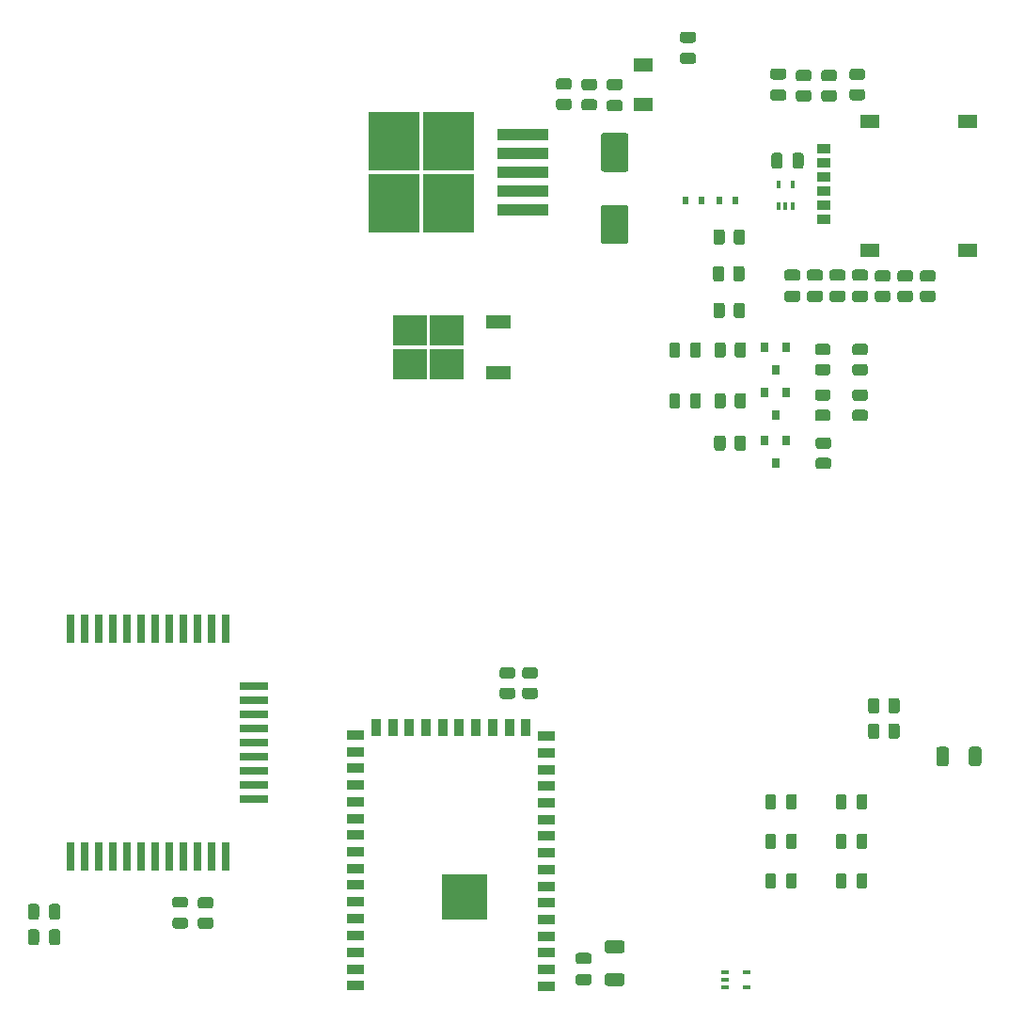
<source format=gtp>
%TF.GenerationSoftware,KiCad,Pcbnew,5.1.10-88a1d61d58~90~ubuntu20.04.1*%
%TF.CreationDate,2021-10-12T23:05:44+03:00*%
%TF.ProjectId,Schematic,53636865-6d61-4746-9963-2e6b69636164,rev?*%
%TF.SameCoordinates,Original*%
%TF.FileFunction,Paste,Top*%
%TF.FilePolarity,Positive*%
%FSLAX46Y46*%
G04 Gerber Fmt 4.6, Leading zero omitted, Abs format (unit mm)*
G04 Created by KiCad (PCBNEW 5.1.10-88a1d61d58~90~ubuntu20.04.1) date 2021-10-12 23:05:44*
%MOMM*%
%LPD*%
G01*
G04 APERTURE LIST*
%ADD10R,1.800000X1.300000*%
%ADD11R,1.200000X0.900000*%
%ADD12R,1.500000X0.900000*%
%ADD13R,0.900000X1.500000*%
%ADD14R,4.100000X4.100000*%
%ADD15R,0.600000X0.700000*%
%ADD16R,0.650000X0.400000*%
%ADD17R,4.550000X5.250000*%
%ADD18R,4.600000X1.100000*%
%ADD19R,0.800000X0.900000*%
%ADD20R,0.400000X0.650000*%
%ADD21R,1.700000X1.300000*%
%ADD22R,3.050000X2.750000*%
%ADD23R,2.200000X1.200000*%
%ADD24R,2.600000X0.700000*%
%ADD25R,0.700000X2.600000*%
G04 APERTURE END LIST*
D10*
X183986000Y-62992000D03*
X183986000Y-74592000D03*
X192786000Y-62992000D03*
D11*
X179830000Y-65452000D03*
X179830000Y-66722000D03*
X179830000Y-67992000D03*
X179830000Y-69262000D03*
X179830000Y-70532000D03*
X179830000Y-71802000D03*
D10*
X192786000Y-74592000D03*
D12*
X154929000Y-140807000D03*
X154929000Y-119807000D03*
X154929000Y-118307000D03*
D13*
X153054000Y-117557000D03*
X151554000Y-117557000D03*
X150054000Y-117557000D03*
X148554000Y-117557000D03*
X147054000Y-117557000D03*
X145554000Y-117557000D03*
X144054000Y-117557000D03*
X142554000Y-117557000D03*
D12*
X154929000Y-139307000D03*
X154929000Y-137807000D03*
X154929000Y-136307000D03*
X154929000Y-134807000D03*
X154929000Y-133307000D03*
X154929000Y-131807000D03*
X154929000Y-130307000D03*
X154929000Y-128807000D03*
X154929000Y-127307000D03*
X154929000Y-125807000D03*
X154929000Y-124307000D03*
X154929000Y-122807000D03*
X154929000Y-121307000D03*
X137679000Y-134707000D03*
X137679000Y-133207000D03*
X137679000Y-131707000D03*
X137679000Y-130207000D03*
X137679000Y-128707000D03*
X137679000Y-127207000D03*
X137679000Y-125707000D03*
X137679000Y-124207000D03*
X137679000Y-122707000D03*
X137679000Y-121207000D03*
X137679000Y-119707000D03*
X137679000Y-118207000D03*
D13*
X139554000Y-117557000D03*
X141054000Y-117557000D03*
D12*
X137679000Y-136207000D03*
X137679000Y-137807000D03*
X137679000Y-139307000D03*
X137679000Y-140707000D03*
D14*
X147494000Y-132767000D03*
G36*
G01*
X160036000Y-70536000D02*
X162036000Y-70536000D01*
G75*
G02*
X162286000Y-70786000I0J-250000D01*
G01*
X162286000Y-73786000D01*
G75*
G02*
X162036000Y-74036000I-250000J0D01*
G01*
X160036000Y-74036000D01*
G75*
G02*
X159786000Y-73786000I0J250000D01*
G01*
X159786000Y-70786000D01*
G75*
G02*
X160036000Y-70536000I250000J0D01*
G01*
G37*
G36*
G01*
X160036000Y-64036000D02*
X162036000Y-64036000D01*
G75*
G02*
X162286000Y-64286000I0J-250000D01*
G01*
X162286000Y-67286000D01*
G75*
G02*
X162036000Y-67536000I-250000J0D01*
G01*
X160036000Y-67536000D01*
G75*
G02*
X159786000Y-67286000I0J250000D01*
G01*
X159786000Y-64286000D01*
G75*
G02*
X160036000Y-64036000I250000J0D01*
G01*
G37*
G36*
G01*
X176146000Y-66073000D02*
X176146000Y-67023000D01*
G75*
G02*
X175896000Y-67273000I-250000J0D01*
G01*
X175396000Y-67273000D01*
G75*
G02*
X175146000Y-67023000I0J250000D01*
G01*
X175146000Y-66073000D01*
G75*
G02*
X175396000Y-65823000I250000J0D01*
G01*
X175896000Y-65823000D01*
G75*
G02*
X176146000Y-66073000I0J-250000D01*
G01*
G37*
G36*
G01*
X178046000Y-66073000D02*
X178046000Y-67023000D01*
G75*
G02*
X177796000Y-67273000I-250000J0D01*
G01*
X177296000Y-67273000D01*
G75*
G02*
X177046000Y-67023000I0J250000D01*
G01*
X177046000Y-66073000D01*
G75*
G02*
X177296000Y-65823000I250000J0D01*
G01*
X177796000Y-65823000D01*
G75*
G02*
X178046000Y-66073000I0J-250000D01*
G01*
G37*
D15*
X168848000Y-70104000D03*
X167448000Y-70104000D03*
X171896000Y-70104000D03*
X170496000Y-70104000D03*
D16*
X172908000Y-139558000D03*
X172908000Y-140858000D03*
X171008000Y-140208000D03*
X171008000Y-140858000D03*
X171008000Y-139558000D03*
D17*
X146050000Y-64789000D03*
X141200000Y-70339000D03*
X146050000Y-70339000D03*
X141200000Y-64789000D03*
D18*
X152775000Y-64164000D03*
X152775000Y-65864000D03*
X152775000Y-67564000D03*
X152775000Y-69264000D03*
X152775000Y-70964000D03*
G36*
G01*
X171699500Y-77158001D02*
X171699500Y-76257999D01*
G75*
G02*
X171949499Y-76008000I249999J0D01*
G01*
X172474501Y-76008000D01*
G75*
G02*
X172724500Y-76257999I0J-249999D01*
G01*
X172724500Y-77158001D01*
G75*
G02*
X172474501Y-77408000I-249999J0D01*
G01*
X171949499Y-77408000D01*
G75*
G02*
X171699500Y-77158001I0J249999D01*
G01*
G37*
G36*
G01*
X169874500Y-77158001D02*
X169874500Y-76257999D01*
G75*
G02*
X170124499Y-76008000I249999J0D01*
G01*
X170649501Y-76008000D01*
G75*
G02*
X170899500Y-76257999I0J-249999D01*
G01*
X170899500Y-77158001D01*
G75*
G02*
X170649501Y-77408000I-249999J0D01*
G01*
X170124499Y-77408000D01*
G75*
G02*
X169874500Y-77158001I0J249999D01*
G01*
G37*
G36*
G01*
X171746500Y-73856001D02*
X171746500Y-72955999D01*
G75*
G02*
X171996499Y-72706000I249999J0D01*
G01*
X172521501Y-72706000D01*
G75*
G02*
X172771500Y-72955999I0J-249999D01*
G01*
X172771500Y-73856001D01*
G75*
G02*
X172521501Y-74106000I-249999J0D01*
G01*
X171996499Y-74106000D01*
G75*
G02*
X171746500Y-73856001I0J249999D01*
G01*
G37*
G36*
G01*
X169921500Y-73856001D02*
X169921500Y-72955999D01*
G75*
G02*
X170171499Y-72706000I249999J0D01*
G01*
X170696501Y-72706000D01*
G75*
G02*
X170946500Y-72955999I0J-249999D01*
G01*
X170946500Y-73856001D01*
G75*
G02*
X170696501Y-74106000I-249999J0D01*
G01*
X170171499Y-74106000D01*
G75*
G02*
X169921500Y-73856001I0J249999D01*
G01*
G37*
G36*
G01*
X180790001Y-59393500D02*
X179889999Y-59393500D01*
G75*
G02*
X179640000Y-59143501I0J249999D01*
G01*
X179640000Y-58618499D01*
G75*
G02*
X179889999Y-58368500I249999J0D01*
G01*
X180790001Y-58368500D01*
G75*
G02*
X181040000Y-58618499I0J-249999D01*
G01*
X181040000Y-59143501D01*
G75*
G02*
X180790001Y-59393500I-249999J0D01*
G01*
G37*
G36*
G01*
X180790001Y-61218500D02*
X179889999Y-61218500D01*
G75*
G02*
X179640000Y-60968501I0J249999D01*
G01*
X179640000Y-60443499D01*
G75*
G02*
X179889999Y-60193500I249999J0D01*
G01*
X180790001Y-60193500D01*
G75*
G02*
X181040000Y-60443499I0J-249999D01*
G01*
X181040000Y-60968501D01*
G75*
G02*
X180790001Y-61218500I-249999J0D01*
G01*
G37*
G36*
G01*
X183330001Y-59290000D02*
X182429999Y-59290000D01*
G75*
G02*
X182180000Y-59040001I0J249999D01*
G01*
X182180000Y-58514999D01*
G75*
G02*
X182429999Y-58265000I249999J0D01*
G01*
X183330001Y-58265000D01*
G75*
G02*
X183580000Y-58514999I0J-249999D01*
G01*
X183580000Y-59040001D01*
G75*
G02*
X183330001Y-59290000I-249999J0D01*
G01*
G37*
G36*
G01*
X183330001Y-61115000D02*
X182429999Y-61115000D01*
G75*
G02*
X182180000Y-60865001I0J249999D01*
G01*
X182180000Y-60339999D01*
G75*
G02*
X182429999Y-60090000I249999J0D01*
G01*
X183330001Y-60090000D01*
G75*
G02*
X183580000Y-60339999I0J-249999D01*
G01*
X183580000Y-60865001D01*
G75*
G02*
X183330001Y-61115000I-249999J0D01*
G01*
G37*
G36*
G01*
X170946500Y-79559999D02*
X170946500Y-80460001D01*
G75*
G02*
X170696501Y-80710000I-249999J0D01*
G01*
X170171499Y-80710000D01*
G75*
G02*
X169921500Y-80460001I0J249999D01*
G01*
X169921500Y-79559999D01*
G75*
G02*
X170171499Y-79310000I249999J0D01*
G01*
X170696501Y-79310000D01*
G75*
G02*
X170946500Y-79559999I0J-249999D01*
G01*
G37*
G36*
G01*
X172771500Y-79559999D02*
X172771500Y-80460001D01*
G75*
G02*
X172521501Y-80710000I-249999J0D01*
G01*
X171996499Y-80710000D01*
G75*
G02*
X171746500Y-80460001I0J249999D01*
G01*
X171746500Y-79559999D01*
G75*
G02*
X171996499Y-79310000I249999J0D01*
G01*
X172521501Y-79310000D01*
G75*
G02*
X172771500Y-79559999I0J-249999D01*
G01*
G37*
G36*
G01*
X178504001Y-59393500D02*
X177603999Y-59393500D01*
G75*
G02*
X177354000Y-59143501I0J249999D01*
G01*
X177354000Y-58618499D01*
G75*
G02*
X177603999Y-58368500I249999J0D01*
G01*
X178504001Y-58368500D01*
G75*
G02*
X178754000Y-58618499I0J-249999D01*
G01*
X178754000Y-59143501D01*
G75*
G02*
X178504001Y-59393500I-249999J0D01*
G01*
G37*
G36*
G01*
X178504001Y-61218500D02*
X177603999Y-61218500D01*
G75*
G02*
X177354000Y-60968501I0J249999D01*
G01*
X177354000Y-60443499D01*
G75*
G02*
X177603999Y-60193500I249999J0D01*
G01*
X178504001Y-60193500D01*
G75*
G02*
X178754000Y-60443499I0J-249999D01*
G01*
X178754000Y-60968501D01*
G75*
G02*
X178504001Y-61218500I-249999J0D01*
G01*
G37*
G36*
G01*
X189680001Y-77427500D02*
X188779999Y-77427500D01*
G75*
G02*
X188530000Y-77177501I0J249999D01*
G01*
X188530000Y-76652499D01*
G75*
G02*
X188779999Y-76402500I249999J0D01*
G01*
X189680001Y-76402500D01*
G75*
G02*
X189930000Y-76652499I0J-249999D01*
G01*
X189930000Y-77177501D01*
G75*
G02*
X189680001Y-77427500I-249999J0D01*
G01*
G37*
G36*
G01*
X189680001Y-79252500D02*
X188779999Y-79252500D01*
G75*
G02*
X188530000Y-79002501I0J249999D01*
G01*
X188530000Y-78477499D01*
G75*
G02*
X188779999Y-78227500I249999J0D01*
G01*
X189680001Y-78227500D01*
G75*
G02*
X189930000Y-78477499I0J-249999D01*
G01*
X189930000Y-79002501D01*
G75*
G02*
X189680001Y-79252500I-249999J0D01*
G01*
G37*
G36*
G01*
X185616001Y-77427500D02*
X184715999Y-77427500D01*
G75*
G02*
X184466000Y-77177501I0J249999D01*
G01*
X184466000Y-76652499D01*
G75*
G02*
X184715999Y-76402500I249999J0D01*
G01*
X185616001Y-76402500D01*
G75*
G02*
X185866000Y-76652499I0J-249999D01*
G01*
X185866000Y-77177501D01*
G75*
G02*
X185616001Y-77427500I-249999J0D01*
G01*
G37*
G36*
G01*
X185616001Y-79252500D02*
X184715999Y-79252500D01*
G75*
G02*
X184466000Y-79002501I0J249999D01*
G01*
X184466000Y-78477499D01*
G75*
G02*
X184715999Y-78227500I249999J0D01*
G01*
X185616001Y-78227500D01*
G75*
G02*
X185866000Y-78477499I0J-249999D01*
G01*
X185866000Y-79002501D01*
G75*
G02*
X185616001Y-79252500I-249999J0D01*
G01*
G37*
G36*
G01*
X187648001Y-77427500D02*
X186747999Y-77427500D01*
G75*
G02*
X186498000Y-77177501I0J249999D01*
G01*
X186498000Y-76652499D01*
G75*
G02*
X186747999Y-76402500I249999J0D01*
G01*
X187648001Y-76402500D01*
G75*
G02*
X187898000Y-76652499I0J-249999D01*
G01*
X187898000Y-77177501D01*
G75*
G02*
X187648001Y-77427500I-249999J0D01*
G01*
G37*
G36*
G01*
X187648001Y-79252500D02*
X186747999Y-79252500D01*
G75*
G02*
X186498000Y-79002501I0J249999D01*
G01*
X186498000Y-78477499D01*
G75*
G02*
X186747999Y-78227500I249999J0D01*
G01*
X187648001Y-78227500D01*
G75*
G02*
X187898000Y-78477499I0J-249999D01*
G01*
X187898000Y-79002501D01*
G75*
G02*
X187648001Y-79252500I-249999J0D01*
G01*
G37*
G36*
G01*
X171050000Y-83115999D02*
X171050000Y-84016001D01*
G75*
G02*
X170800001Y-84266000I-249999J0D01*
G01*
X170274999Y-84266000D01*
G75*
G02*
X170025000Y-84016001I0J249999D01*
G01*
X170025000Y-83115999D01*
G75*
G02*
X170274999Y-82866000I249999J0D01*
G01*
X170800001Y-82866000D01*
G75*
G02*
X171050000Y-83115999I0J-249999D01*
G01*
G37*
G36*
G01*
X172875000Y-83115999D02*
X172875000Y-84016001D01*
G75*
G02*
X172625001Y-84266000I-249999J0D01*
G01*
X172099999Y-84266000D01*
G75*
G02*
X171850000Y-84016001I0J249999D01*
G01*
X171850000Y-83115999D01*
G75*
G02*
X172099999Y-82866000I249999J0D01*
G01*
X172625001Y-82866000D01*
G75*
G02*
X172875000Y-83115999I0J-249999D01*
G01*
G37*
G36*
G01*
X182683999Y-84831500D02*
X183584001Y-84831500D01*
G75*
G02*
X183834000Y-85081499I0J-249999D01*
G01*
X183834000Y-85606501D01*
G75*
G02*
X183584001Y-85856500I-249999J0D01*
G01*
X182683999Y-85856500D01*
G75*
G02*
X182434000Y-85606501I0J249999D01*
G01*
X182434000Y-85081499D01*
G75*
G02*
X182683999Y-84831500I249999J0D01*
G01*
G37*
G36*
G01*
X182683999Y-83006500D02*
X183584001Y-83006500D01*
G75*
G02*
X183834000Y-83256499I0J-249999D01*
G01*
X183834000Y-83781501D01*
G75*
G02*
X183584001Y-84031500I-249999J0D01*
G01*
X182683999Y-84031500D01*
G75*
G02*
X182434000Y-83781501I0J249999D01*
G01*
X182434000Y-83256499D01*
G75*
G02*
X182683999Y-83006500I249999J0D01*
G01*
G37*
G36*
G01*
X179318499Y-84831500D02*
X180218501Y-84831500D01*
G75*
G02*
X180468500Y-85081499I0J-249999D01*
G01*
X180468500Y-85606501D01*
G75*
G02*
X180218501Y-85856500I-249999J0D01*
G01*
X179318499Y-85856500D01*
G75*
G02*
X179068500Y-85606501I0J249999D01*
G01*
X179068500Y-85081499D01*
G75*
G02*
X179318499Y-84831500I249999J0D01*
G01*
G37*
G36*
G01*
X179318499Y-83006500D02*
X180218501Y-83006500D01*
G75*
G02*
X180468500Y-83256499I0J-249999D01*
G01*
X180468500Y-83781501D01*
G75*
G02*
X180218501Y-84031500I-249999J0D01*
G01*
X179318499Y-84031500D01*
G75*
G02*
X179068500Y-83781501I0J249999D01*
G01*
X179068500Y-83256499D01*
G75*
G02*
X179318499Y-83006500I249999J0D01*
G01*
G37*
G36*
G01*
X171050000Y-87687999D02*
X171050000Y-88588001D01*
G75*
G02*
X170800001Y-88838000I-249999J0D01*
G01*
X170274999Y-88838000D01*
G75*
G02*
X170025000Y-88588001I0J249999D01*
G01*
X170025000Y-87687999D01*
G75*
G02*
X170274999Y-87438000I249999J0D01*
G01*
X170800001Y-87438000D01*
G75*
G02*
X171050000Y-87687999I0J-249999D01*
G01*
G37*
G36*
G01*
X172875000Y-87687999D02*
X172875000Y-88588001D01*
G75*
G02*
X172625001Y-88838000I-249999J0D01*
G01*
X172099999Y-88838000D01*
G75*
G02*
X171850000Y-88588001I0J249999D01*
G01*
X171850000Y-87687999D01*
G75*
G02*
X172099999Y-87438000I249999J0D01*
G01*
X172625001Y-87438000D01*
G75*
G02*
X172875000Y-87687999I0J-249999D01*
G01*
G37*
G36*
G01*
X182683999Y-88942500D02*
X183584001Y-88942500D01*
G75*
G02*
X183834000Y-89192499I0J-249999D01*
G01*
X183834000Y-89717501D01*
G75*
G02*
X183584001Y-89967500I-249999J0D01*
G01*
X182683999Y-89967500D01*
G75*
G02*
X182434000Y-89717501I0J249999D01*
G01*
X182434000Y-89192499D01*
G75*
G02*
X182683999Y-88942500I249999J0D01*
G01*
G37*
G36*
G01*
X182683999Y-87117500D02*
X183584001Y-87117500D01*
G75*
G02*
X183834000Y-87367499I0J-249999D01*
G01*
X183834000Y-87892501D01*
G75*
G02*
X183584001Y-88142500I-249999J0D01*
G01*
X182683999Y-88142500D01*
G75*
G02*
X182434000Y-87892501I0J249999D01*
G01*
X182434000Y-87367499D01*
G75*
G02*
X182683999Y-87117500I249999J0D01*
G01*
G37*
G36*
G01*
X179381999Y-93260500D02*
X180282001Y-93260500D01*
G75*
G02*
X180532000Y-93510499I0J-249999D01*
G01*
X180532000Y-94035501D01*
G75*
G02*
X180282001Y-94285500I-249999J0D01*
G01*
X179381999Y-94285500D01*
G75*
G02*
X179132000Y-94035501I0J249999D01*
G01*
X179132000Y-93510499D01*
G75*
G02*
X179381999Y-93260500I249999J0D01*
G01*
G37*
G36*
G01*
X179381999Y-91435500D02*
X180282001Y-91435500D01*
G75*
G02*
X180532000Y-91685499I0J-249999D01*
G01*
X180532000Y-92210501D01*
G75*
G02*
X180282001Y-92460500I-249999J0D01*
G01*
X179381999Y-92460500D01*
G75*
G02*
X179132000Y-92210501I0J249999D01*
G01*
X179132000Y-91685499D01*
G75*
G02*
X179381999Y-91435500I249999J0D01*
G01*
G37*
G36*
G01*
X179318499Y-88942500D02*
X180218501Y-88942500D01*
G75*
G02*
X180468500Y-89192499I0J-249999D01*
G01*
X180468500Y-89717501D01*
G75*
G02*
X180218501Y-89967500I-249999J0D01*
G01*
X179318499Y-89967500D01*
G75*
G02*
X179068500Y-89717501I0J249999D01*
G01*
X179068500Y-89192499D01*
G75*
G02*
X179318499Y-88942500I249999J0D01*
G01*
G37*
G36*
G01*
X179318499Y-87117500D02*
X180218501Y-87117500D01*
G75*
G02*
X180468500Y-87367499I0J-249999D01*
G01*
X180468500Y-87892501D01*
G75*
G02*
X180218501Y-88142500I-249999J0D01*
G01*
X179318499Y-88142500D01*
G75*
G02*
X179068500Y-87892501I0J249999D01*
G01*
X179068500Y-87367499D01*
G75*
G02*
X179318499Y-87117500I249999J0D01*
G01*
G37*
G36*
G01*
X171826500Y-92398001D02*
X171826500Y-91497999D01*
G75*
G02*
X172076499Y-91248000I249999J0D01*
G01*
X172601501Y-91248000D01*
G75*
G02*
X172851500Y-91497999I0J-249999D01*
G01*
X172851500Y-92398001D01*
G75*
G02*
X172601501Y-92648000I-249999J0D01*
G01*
X172076499Y-92648000D01*
G75*
G02*
X171826500Y-92398001I0J249999D01*
G01*
G37*
G36*
G01*
X170001500Y-92398001D02*
X170001500Y-91497999D01*
G75*
G02*
X170251499Y-91248000I249999J0D01*
G01*
X170776501Y-91248000D01*
G75*
G02*
X171026500Y-91497999I0J-249999D01*
G01*
X171026500Y-92398001D01*
G75*
G02*
X170776501Y-92648000I-249999J0D01*
G01*
X170251499Y-92648000D01*
G75*
G02*
X170001500Y-92398001I0J249999D01*
G01*
G37*
G36*
G01*
X156013999Y-60955500D02*
X156914001Y-60955500D01*
G75*
G02*
X157164000Y-61205499I0J-249999D01*
G01*
X157164000Y-61730501D01*
G75*
G02*
X156914001Y-61980500I-249999J0D01*
G01*
X156013999Y-61980500D01*
G75*
G02*
X155764000Y-61730501I0J249999D01*
G01*
X155764000Y-61205499D01*
G75*
G02*
X156013999Y-60955500I249999J0D01*
G01*
G37*
G36*
G01*
X156013999Y-59130500D02*
X156914001Y-59130500D01*
G75*
G02*
X157164000Y-59380499I0J-249999D01*
G01*
X157164000Y-59905501D01*
G75*
G02*
X156914001Y-60155500I-249999J0D01*
G01*
X156013999Y-60155500D01*
G75*
G02*
X155764000Y-59905501I0J249999D01*
G01*
X155764000Y-59380499D01*
G75*
G02*
X156013999Y-59130500I249999J0D01*
G01*
G37*
G36*
G01*
X158299999Y-61002500D02*
X159200001Y-61002500D01*
G75*
G02*
X159450000Y-61252499I0J-249999D01*
G01*
X159450000Y-61777501D01*
G75*
G02*
X159200001Y-62027500I-249999J0D01*
G01*
X158299999Y-62027500D01*
G75*
G02*
X158050000Y-61777501I0J249999D01*
G01*
X158050000Y-61252499D01*
G75*
G02*
X158299999Y-61002500I249999J0D01*
G01*
G37*
G36*
G01*
X158299999Y-59177500D02*
X159200001Y-59177500D01*
G75*
G02*
X159450000Y-59427499I0J-249999D01*
G01*
X159450000Y-59952501D01*
G75*
G02*
X159200001Y-60202500I-249999J0D01*
G01*
X158299999Y-60202500D01*
G75*
G02*
X158050000Y-59952501I0J249999D01*
G01*
X158050000Y-59427499D01*
G75*
G02*
X158299999Y-59177500I249999J0D01*
G01*
G37*
D19*
X175514000Y-85328000D03*
X174564000Y-83328000D03*
X176464000Y-83328000D03*
X175514000Y-89392000D03*
X174564000Y-87392000D03*
X176464000Y-87392000D03*
X175514000Y-93710000D03*
X174564000Y-91710000D03*
X176464000Y-91710000D03*
D20*
X175768000Y-68712000D03*
X177068000Y-68712000D03*
X176418000Y-70612000D03*
X177068000Y-70612000D03*
X175768000Y-70612000D03*
G36*
G01*
X166936000Y-83109750D02*
X166936000Y-84022250D01*
G75*
G02*
X166692250Y-84266000I-243750J0D01*
G01*
X166204750Y-84266000D01*
G75*
G02*
X165961000Y-84022250I0J243750D01*
G01*
X165961000Y-83109750D01*
G75*
G02*
X166204750Y-82866000I243750J0D01*
G01*
X166692250Y-82866000D01*
G75*
G02*
X166936000Y-83109750I0J-243750D01*
G01*
G37*
G36*
G01*
X168811000Y-83109750D02*
X168811000Y-84022250D01*
G75*
G02*
X168567250Y-84266000I-243750J0D01*
G01*
X168079750Y-84266000D01*
G75*
G02*
X167836000Y-84022250I0J243750D01*
G01*
X167836000Y-83109750D01*
G75*
G02*
X168079750Y-82866000I243750J0D01*
G01*
X168567250Y-82866000D01*
G75*
G02*
X168811000Y-83109750I0J-243750D01*
G01*
G37*
G36*
G01*
X166936000Y-87681750D02*
X166936000Y-88594250D01*
G75*
G02*
X166692250Y-88838000I-243750J0D01*
G01*
X166204750Y-88838000D01*
G75*
G02*
X165961000Y-88594250I0J243750D01*
G01*
X165961000Y-87681750D01*
G75*
G02*
X166204750Y-87438000I243750J0D01*
G01*
X166692250Y-87438000D01*
G75*
G02*
X166936000Y-87681750I0J-243750D01*
G01*
G37*
G36*
G01*
X168811000Y-87681750D02*
X168811000Y-88594250D01*
G75*
G02*
X168567250Y-88838000I-243750J0D01*
G01*
X168079750Y-88838000D01*
G75*
G02*
X167836000Y-88594250I0J243750D01*
G01*
X167836000Y-87681750D01*
G75*
G02*
X168079750Y-87438000I243750J0D01*
G01*
X168567250Y-87438000D01*
G75*
G02*
X168811000Y-87681750I0J-243750D01*
G01*
G37*
D21*
X163576000Y-57940000D03*
X163576000Y-61440000D03*
G36*
G01*
X176243000Y-59240000D02*
X175293000Y-59240000D01*
G75*
G02*
X175043000Y-58990000I0J250000D01*
G01*
X175043000Y-58490000D01*
G75*
G02*
X175293000Y-58240000I250000J0D01*
G01*
X176243000Y-58240000D01*
G75*
G02*
X176493000Y-58490000I0J-250000D01*
G01*
X176493000Y-58990000D01*
G75*
G02*
X176243000Y-59240000I-250000J0D01*
G01*
G37*
G36*
G01*
X176243000Y-61140000D02*
X175293000Y-61140000D01*
G75*
G02*
X175043000Y-60890000I0J250000D01*
G01*
X175043000Y-60390000D01*
G75*
G02*
X175293000Y-60140000I250000J0D01*
G01*
X176243000Y-60140000D01*
G75*
G02*
X176493000Y-60390000I0J-250000D01*
G01*
X176493000Y-60890000D01*
G75*
G02*
X176243000Y-61140000I-250000J0D01*
G01*
G37*
G36*
G01*
X182659000Y-78240000D02*
X183609000Y-78240000D01*
G75*
G02*
X183859000Y-78490000I0J-250000D01*
G01*
X183859000Y-78990000D01*
G75*
G02*
X183609000Y-79240000I-250000J0D01*
G01*
X182659000Y-79240000D01*
G75*
G02*
X182409000Y-78990000I0J250000D01*
G01*
X182409000Y-78490000D01*
G75*
G02*
X182659000Y-78240000I250000J0D01*
G01*
G37*
G36*
G01*
X182659000Y-76340000D02*
X183609000Y-76340000D01*
G75*
G02*
X183859000Y-76590000I0J-250000D01*
G01*
X183859000Y-77090000D01*
G75*
G02*
X183609000Y-77340000I-250000J0D01*
G01*
X182659000Y-77340000D01*
G75*
G02*
X182409000Y-77090000I0J250000D01*
G01*
X182409000Y-76590000D01*
G75*
G02*
X182659000Y-76340000I250000J0D01*
G01*
G37*
G36*
G01*
X180627000Y-78240000D02*
X181577000Y-78240000D01*
G75*
G02*
X181827000Y-78490000I0J-250000D01*
G01*
X181827000Y-78990000D01*
G75*
G02*
X181577000Y-79240000I-250000J0D01*
G01*
X180627000Y-79240000D01*
G75*
G02*
X180377000Y-78990000I0J250000D01*
G01*
X180377000Y-78490000D01*
G75*
G02*
X180627000Y-78240000I250000J0D01*
G01*
G37*
G36*
G01*
X180627000Y-76340000D02*
X181577000Y-76340000D01*
G75*
G02*
X181827000Y-76590000I0J-250000D01*
G01*
X181827000Y-77090000D01*
G75*
G02*
X181577000Y-77340000I-250000J0D01*
G01*
X180627000Y-77340000D01*
G75*
G02*
X180377000Y-77090000I0J250000D01*
G01*
X180377000Y-76590000D01*
G75*
G02*
X180627000Y-76340000I250000J0D01*
G01*
G37*
G36*
G01*
X178595000Y-78240000D02*
X179545000Y-78240000D01*
G75*
G02*
X179795000Y-78490000I0J-250000D01*
G01*
X179795000Y-78990000D01*
G75*
G02*
X179545000Y-79240000I-250000J0D01*
G01*
X178595000Y-79240000D01*
G75*
G02*
X178345000Y-78990000I0J250000D01*
G01*
X178345000Y-78490000D01*
G75*
G02*
X178595000Y-78240000I250000J0D01*
G01*
G37*
G36*
G01*
X178595000Y-76340000D02*
X179545000Y-76340000D01*
G75*
G02*
X179795000Y-76590000I0J-250000D01*
G01*
X179795000Y-77090000D01*
G75*
G02*
X179545000Y-77340000I-250000J0D01*
G01*
X178595000Y-77340000D01*
G75*
G02*
X178345000Y-77090000I0J250000D01*
G01*
X178345000Y-76590000D01*
G75*
G02*
X178595000Y-76340000I250000J0D01*
G01*
G37*
G36*
G01*
X176563000Y-78240000D02*
X177513000Y-78240000D01*
G75*
G02*
X177763000Y-78490000I0J-250000D01*
G01*
X177763000Y-78990000D01*
G75*
G02*
X177513000Y-79240000I-250000J0D01*
G01*
X176563000Y-79240000D01*
G75*
G02*
X176313000Y-78990000I0J250000D01*
G01*
X176313000Y-78490000D01*
G75*
G02*
X176563000Y-78240000I250000J0D01*
G01*
G37*
G36*
G01*
X176563000Y-76340000D02*
X177513000Y-76340000D01*
G75*
G02*
X177763000Y-76590000I0J-250000D01*
G01*
X177763000Y-77090000D01*
G75*
G02*
X177513000Y-77340000I-250000J0D01*
G01*
X176563000Y-77340000D01*
G75*
G02*
X176313000Y-77090000I0J250000D01*
G01*
X176313000Y-76590000D01*
G75*
G02*
X176563000Y-76340000I250000J0D01*
G01*
G37*
G36*
G01*
X161511000Y-60190000D02*
X160561000Y-60190000D01*
G75*
G02*
X160311000Y-59940000I0J250000D01*
G01*
X160311000Y-59440000D01*
G75*
G02*
X160561000Y-59190000I250000J0D01*
G01*
X161511000Y-59190000D01*
G75*
G02*
X161761000Y-59440000I0J-250000D01*
G01*
X161761000Y-59940000D01*
G75*
G02*
X161511000Y-60190000I-250000J0D01*
G01*
G37*
G36*
G01*
X161511000Y-62090000D02*
X160561000Y-62090000D01*
G75*
G02*
X160311000Y-61840000I0J250000D01*
G01*
X160311000Y-61340000D01*
G75*
G02*
X160561000Y-61090000I250000J0D01*
G01*
X161511000Y-61090000D01*
G75*
G02*
X161761000Y-61340000I0J-250000D01*
G01*
X161761000Y-61840000D01*
G75*
G02*
X161511000Y-62090000I-250000J0D01*
G01*
G37*
G36*
G01*
X168115000Y-55938000D02*
X167165000Y-55938000D01*
G75*
G02*
X166915000Y-55688000I0J250000D01*
G01*
X166915000Y-55188000D01*
G75*
G02*
X167165000Y-54938000I250000J0D01*
G01*
X168115000Y-54938000D01*
G75*
G02*
X168365000Y-55188000I0J-250000D01*
G01*
X168365000Y-55688000D01*
G75*
G02*
X168115000Y-55938000I-250000J0D01*
G01*
G37*
G36*
G01*
X168115000Y-57838000D02*
X167165000Y-57838000D01*
G75*
G02*
X166915000Y-57588000I0J250000D01*
G01*
X166915000Y-57088000D01*
G75*
G02*
X167165000Y-56838000I250000J0D01*
G01*
X168115000Y-56838000D01*
G75*
G02*
X168365000Y-57088000I0J-250000D01*
G01*
X168365000Y-57588000D01*
G75*
G02*
X168115000Y-57838000I-250000J0D01*
G01*
G37*
G36*
G01*
X160385999Y-139633000D02*
X161686001Y-139633000D01*
G75*
G02*
X161936000Y-139882999I0J-249999D01*
G01*
X161936000Y-140533001D01*
G75*
G02*
X161686001Y-140783000I-249999J0D01*
G01*
X160385999Y-140783000D01*
G75*
G02*
X160136000Y-140533001I0J249999D01*
G01*
X160136000Y-139882999D01*
G75*
G02*
X160385999Y-139633000I249999J0D01*
G01*
G37*
G36*
G01*
X160385999Y-136683000D02*
X161686001Y-136683000D01*
G75*
G02*
X161936000Y-136932999I0J-249999D01*
G01*
X161936000Y-137583001D01*
G75*
G02*
X161686001Y-137833000I-249999J0D01*
G01*
X160385999Y-137833000D01*
G75*
G02*
X160136000Y-137583001I0J249999D01*
G01*
X160136000Y-136932999D01*
G75*
G02*
X160385999Y-136683000I249999J0D01*
G01*
G37*
D22*
X145947000Y-81787000D03*
X142597000Y-84837000D03*
X145947000Y-84837000D03*
X142597000Y-81787000D03*
D23*
X150572000Y-81032000D03*
X150572000Y-85592000D03*
D24*
X128524000Y-123952000D03*
X128524000Y-122682000D03*
X128524000Y-121412000D03*
X128524000Y-120142000D03*
X128524000Y-113792000D03*
X128524000Y-115062000D03*
X128524000Y-116332000D03*
X128524000Y-117602000D03*
D25*
X112014000Y-108622000D03*
X113284000Y-108622000D03*
X114554000Y-108622000D03*
X115824000Y-108622000D03*
X117094000Y-108622000D03*
X118364000Y-108622000D03*
X119634000Y-108622000D03*
X120904000Y-108622000D03*
X122174000Y-108622000D03*
X123444000Y-108622000D03*
X124714000Y-108622000D03*
X112014000Y-129122000D03*
X113284000Y-129122000D03*
X114554000Y-129122000D03*
X115824000Y-129122000D03*
X117094000Y-129122000D03*
X118364000Y-129122000D03*
X119634000Y-129122000D03*
X120904000Y-129122000D03*
X122174000Y-129122000D03*
X123444000Y-129122000D03*
X124714000Y-129122000D03*
D24*
X128524000Y-118872000D03*
D25*
X125984000Y-108622000D03*
X125984000Y-129122000D03*
G36*
G01*
X153866001Y-113138000D02*
X152965999Y-113138000D01*
G75*
G02*
X152716000Y-112888001I0J249999D01*
G01*
X152716000Y-112362999D01*
G75*
G02*
X152965999Y-112113000I249999J0D01*
G01*
X153866001Y-112113000D01*
G75*
G02*
X154116000Y-112362999I0J-249999D01*
G01*
X154116000Y-112888001D01*
G75*
G02*
X153866001Y-113138000I-249999J0D01*
G01*
G37*
G36*
G01*
X153866001Y-114963000D02*
X152965999Y-114963000D01*
G75*
G02*
X152716000Y-114713001I0J249999D01*
G01*
X152716000Y-114187999D01*
G75*
G02*
X152965999Y-113938000I249999J0D01*
G01*
X153866001Y-113938000D01*
G75*
G02*
X154116000Y-114187999I0J-249999D01*
G01*
X154116000Y-114713001D01*
G75*
G02*
X153866001Y-114963000I-249999J0D01*
G01*
G37*
G36*
G01*
X151834001Y-113138000D02*
X150933999Y-113138000D01*
G75*
G02*
X150684000Y-112888001I0J249999D01*
G01*
X150684000Y-112362999D01*
G75*
G02*
X150933999Y-112113000I249999J0D01*
G01*
X151834001Y-112113000D01*
G75*
G02*
X152084000Y-112362999I0J-249999D01*
G01*
X152084000Y-112888001D01*
G75*
G02*
X151834001Y-113138000I-249999J0D01*
G01*
G37*
G36*
G01*
X151834001Y-114963000D02*
X150933999Y-114963000D01*
G75*
G02*
X150684000Y-114713001I0J249999D01*
G01*
X150684000Y-114187999D01*
G75*
G02*
X150933999Y-113938000I249999J0D01*
G01*
X151834001Y-113938000D01*
G75*
G02*
X152084000Y-114187999I0J-249999D01*
G01*
X152084000Y-114713001D01*
G75*
G02*
X151834001Y-114963000I-249999J0D01*
G01*
G37*
G36*
G01*
X184869500Y-115119999D02*
X184869500Y-116020001D01*
G75*
G02*
X184619501Y-116270000I-249999J0D01*
G01*
X184094499Y-116270000D01*
G75*
G02*
X183844500Y-116020001I0J249999D01*
G01*
X183844500Y-115119999D01*
G75*
G02*
X184094499Y-114870000I249999J0D01*
G01*
X184619501Y-114870000D01*
G75*
G02*
X184869500Y-115119999I0J-249999D01*
G01*
G37*
G36*
G01*
X186694500Y-115119999D02*
X186694500Y-116020001D01*
G75*
G02*
X186444501Y-116270000I-249999J0D01*
G01*
X185919499Y-116270000D01*
G75*
G02*
X185669500Y-116020001I0J249999D01*
G01*
X185669500Y-115119999D01*
G75*
G02*
X185919499Y-114870000I249999J0D01*
G01*
X186444501Y-114870000D01*
G75*
G02*
X186694500Y-115119999I0J-249999D01*
G01*
G37*
G36*
G01*
X185669500Y-118306001D02*
X185669500Y-117405999D01*
G75*
G02*
X185919499Y-117156000I249999J0D01*
G01*
X186444501Y-117156000D01*
G75*
G02*
X186694500Y-117405999I0J-249999D01*
G01*
X186694500Y-118306001D01*
G75*
G02*
X186444501Y-118556000I-249999J0D01*
G01*
X185919499Y-118556000D01*
G75*
G02*
X185669500Y-118306001I0J249999D01*
G01*
G37*
G36*
G01*
X183844500Y-118306001D02*
X183844500Y-117405999D01*
G75*
G02*
X184094499Y-117156000I249999J0D01*
G01*
X184619501Y-117156000D01*
G75*
G02*
X184869500Y-117405999I0J-249999D01*
G01*
X184869500Y-118306001D01*
G75*
G02*
X184619501Y-118556000I-249999J0D01*
G01*
X184094499Y-118556000D01*
G75*
G02*
X183844500Y-118306001I0J249999D01*
G01*
G37*
G36*
G01*
X123755999Y-134615500D02*
X124656001Y-134615500D01*
G75*
G02*
X124906000Y-134865499I0J-249999D01*
G01*
X124906000Y-135390501D01*
G75*
G02*
X124656001Y-135640500I-249999J0D01*
G01*
X123755999Y-135640500D01*
G75*
G02*
X123506000Y-135390501I0J249999D01*
G01*
X123506000Y-134865499D01*
G75*
G02*
X123755999Y-134615500I249999J0D01*
G01*
G37*
G36*
G01*
X123755999Y-132790500D02*
X124656001Y-132790500D01*
G75*
G02*
X124906000Y-133040499I0J-249999D01*
G01*
X124906000Y-133565501D01*
G75*
G02*
X124656001Y-133815500I-249999J0D01*
G01*
X123755999Y-133815500D01*
G75*
G02*
X123506000Y-133565501I0J249999D01*
G01*
X123506000Y-133040499D01*
G75*
G02*
X123755999Y-132790500I249999J0D01*
G01*
G37*
G36*
G01*
X192924000Y-120767001D02*
X192924000Y-119516999D01*
G75*
G02*
X193173999Y-119267000I249999J0D01*
G01*
X193799001Y-119267000D01*
G75*
G02*
X194049000Y-119516999I0J-249999D01*
G01*
X194049000Y-120767001D01*
G75*
G02*
X193799001Y-121017000I-249999J0D01*
G01*
X193173999Y-121017000D01*
G75*
G02*
X192924000Y-120767001I0J249999D01*
G01*
G37*
G36*
G01*
X189999000Y-120767001D02*
X189999000Y-119516999D01*
G75*
G02*
X190248999Y-119267000I249999J0D01*
G01*
X190874001Y-119267000D01*
G75*
G02*
X191124000Y-119516999I0J-249999D01*
G01*
X191124000Y-120767001D01*
G75*
G02*
X190874001Y-121017000I-249999J0D01*
G01*
X190248999Y-121017000D01*
G75*
G02*
X189999000Y-120767001I0J249999D01*
G01*
G37*
G36*
G01*
X181922000Y-130861750D02*
X181922000Y-131774250D01*
G75*
G02*
X181678250Y-132018000I-243750J0D01*
G01*
X181190750Y-132018000D01*
G75*
G02*
X180947000Y-131774250I0J243750D01*
G01*
X180947000Y-130861750D01*
G75*
G02*
X181190750Y-130618000I243750J0D01*
G01*
X181678250Y-130618000D01*
G75*
G02*
X181922000Y-130861750I0J-243750D01*
G01*
G37*
G36*
G01*
X183797000Y-130861750D02*
X183797000Y-131774250D01*
G75*
G02*
X183553250Y-132018000I-243750J0D01*
G01*
X183065750Y-132018000D01*
G75*
G02*
X182822000Y-131774250I0J243750D01*
G01*
X182822000Y-130861750D01*
G75*
G02*
X183065750Y-130618000I243750J0D01*
G01*
X183553250Y-130618000D01*
G75*
G02*
X183797000Y-130861750I0J-243750D01*
G01*
G37*
G36*
G01*
X181922000Y-127305750D02*
X181922000Y-128218250D01*
G75*
G02*
X181678250Y-128462000I-243750J0D01*
G01*
X181190750Y-128462000D01*
G75*
G02*
X180947000Y-128218250I0J243750D01*
G01*
X180947000Y-127305750D01*
G75*
G02*
X181190750Y-127062000I243750J0D01*
G01*
X181678250Y-127062000D01*
G75*
G02*
X181922000Y-127305750I0J-243750D01*
G01*
G37*
G36*
G01*
X183797000Y-127305750D02*
X183797000Y-128218250D01*
G75*
G02*
X183553250Y-128462000I-243750J0D01*
G01*
X183065750Y-128462000D01*
G75*
G02*
X182822000Y-128218250I0J243750D01*
G01*
X182822000Y-127305750D01*
G75*
G02*
X183065750Y-127062000I243750J0D01*
G01*
X183553250Y-127062000D01*
G75*
G02*
X183797000Y-127305750I0J-243750D01*
G01*
G37*
G36*
G01*
X181922000Y-123749750D02*
X181922000Y-124662250D01*
G75*
G02*
X181678250Y-124906000I-243750J0D01*
G01*
X181190750Y-124906000D01*
G75*
G02*
X180947000Y-124662250I0J243750D01*
G01*
X180947000Y-123749750D01*
G75*
G02*
X181190750Y-123506000I243750J0D01*
G01*
X181678250Y-123506000D01*
G75*
G02*
X181922000Y-123749750I0J-243750D01*
G01*
G37*
G36*
G01*
X183797000Y-123749750D02*
X183797000Y-124662250D01*
G75*
G02*
X183553250Y-124906000I-243750J0D01*
G01*
X183065750Y-124906000D01*
G75*
G02*
X182822000Y-124662250I0J243750D01*
G01*
X182822000Y-123749750D01*
G75*
G02*
X183065750Y-123506000I243750J0D01*
G01*
X183553250Y-123506000D01*
G75*
G02*
X183797000Y-123749750I0J-243750D01*
G01*
G37*
G36*
G01*
X121463750Y-134640500D02*
X122376250Y-134640500D01*
G75*
G02*
X122620000Y-134884250I0J-243750D01*
G01*
X122620000Y-135371750D01*
G75*
G02*
X122376250Y-135615500I-243750J0D01*
G01*
X121463750Y-135615500D01*
G75*
G02*
X121220000Y-135371750I0J243750D01*
G01*
X121220000Y-134884250D01*
G75*
G02*
X121463750Y-134640500I243750J0D01*
G01*
G37*
G36*
G01*
X121463750Y-132765500D02*
X122376250Y-132765500D01*
G75*
G02*
X122620000Y-133009250I0J-243750D01*
G01*
X122620000Y-133496750D01*
G75*
G02*
X122376250Y-133740500I-243750J0D01*
G01*
X121463750Y-133740500D01*
G75*
G02*
X121220000Y-133496750I0J243750D01*
G01*
X121220000Y-133009250D01*
G75*
G02*
X121463750Y-132765500I243750J0D01*
G01*
G37*
G36*
G01*
X176472000Y-131774250D02*
X176472000Y-130861750D01*
G75*
G02*
X176715750Y-130618000I243750J0D01*
G01*
X177203250Y-130618000D01*
G75*
G02*
X177447000Y-130861750I0J-243750D01*
G01*
X177447000Y-131774250D01*
G75*
G02*
X177203250Y-132018000I-243750J0D01*
G01*
X176715750Y-132018000D01*
G75*
G02*
X176472000Y-131774250I0J243750D01*
G01*
G37*
G36*
G01*
X174597000Y-131774250D02*
X174597000Y-130861750D01*
G75*
G02*
X174840750Y-130618000I243750J0D01*
G01*
X175328250Y-130618000D01*
G75*
G02*
X175572000Y-130861750I0J-243750D01*
G01*
X175572000Y-131774250D01*
G75*
G02*
X175328250Y-132018000I-243750J0D01*
G01*
X174840750Y-132018000D01*
G75*
G02*
X174597000Y-131774250I0J243750D01*
G01*
G37*
G36*
G01*
X176472000Y-128218250D02*
X176472000Y-127305750D01*
G75*
G02*
X176715750Y-127062000I243750J0D01*
G01*
X177203250Y-127062000D01*
G75*
G02*
X177447000Y-127305750I0J-243750D01*
G01*
X177447000Y-128218250D01*
G75*
G02*
X177203250Y-128462000I-243750J0D01*
G01*
X176715750Y-128462000D01*
G75*
G02*
X176472000Y-128218250I0J243750D01*
G01*
G37*
G36*
G01*
X174597000Y-128218250D02*
X174597000Y-127305750D01*
G75*
G02*
X174840750Y-127062000I243750J0D01*
G01*
X175328250Y-127062000D01*
G75*
G02*
X175572000Y-127305750I0J-243750D01*
G01*
X175572000Y-128218250D01*
G75*
G02*
X175328250Y-128462000I-243750J0D01*
G01*
X174840750Y-128462000D01*
G75*
G02*
X174597000Y-128218250I0J243750D01*
G01*
G37*
G36*
G01*
X176472000Y-124662250D02*
X176472000Y-123749750D01*
G75*
G02*
X176715750Y-123506000I243750J0D01*
G01*
X177203250Y-123506000D01*
G75*
G02*
X177447000Y-123749750I0J-243750D01*
G01*
X177447000Y-124662250D01*
G75*
G02*
X177203250Y-124906000I-243750J0D01*
G01*
X176715750Y-124906000D01*
G75*
G02*
X176472000Y-124662250I0J243750D01*
G01*
G37*
G36*
G01*
X174597000Y-124662250D02*
X174597000Y-123749750D01*
G75*
G02*
X174840750Y-123506000I243750J0D01*
G01*
X175328250Y-123506000D01*
G75*
G02*
X175572000Y-123749750I0J-243750D01*
G01*
X175572000Y-124662250D01*
G75*
G02*
X175328250Y-124906000I-243750J0D01*
G01*
X174840750Y-124906000D01*
G75*
G02*
X174597000Y-124662250I0J243750D01*
G01*
G37*
G36*
G01*
X109212000Y-133637000D02*
X109212000Y-134587000D01*
G75*
G02*
X108962000Y-134837000I-250000J0D01*
G01*
X108462000Y-134837000D01*
G75*
G02*
X108212000Y-134587000I0J250000D01*
G01*
X108212000Y-133637000D01*
G75*
G02*
X108462000Y-133387000I250000J0D01*
G01*
X108962000Y-133387000D01*
G75*
G02*
X109212000Y-133637000I0J-250000D01*
G01*
G37*
G36*
G01*
X111112000Y-133637000D02*
X111112000Y-134587000D01*
G75*
G02*
X110862000Y-134837000I-250000J0D01*
G01*
X110362000Y-134837000D01*
G75*
G02*
X110112000Y-134587000I0J250000D01*
G01*
X110112000Y-133637000D01*
G75*
G02*
X110362000Y-133387000I250000J0D01*
G01*
X110862000Y-133387000D01*
G75*
G02*
X111112000Y-133637000I0J-250000D01*
G01*
G37*
G36*
G01*
X109212000Y-135923000D02*
X109212000Y-136873000D01*
G75*
G02*
X108962000Y-137123000I-250000J0D01*
G01*
X108462000Y-137123000D01*
G75*
G02*
X108212000Y-136873000I0J250000D01*
G01*
X108212000Y-135923000D01*
G75*
G02*
X108462000Y-135673000I250000J0D01*
G01*
X108962000Y-135673000D01*
G75*
G02*
X109212000Y-135923000I0J-250000D01*
G01*
G37*
G36*
G01*
X111112000Y-135923000D02*
X111112000Y-136873000D01*
G75*
G02*
X110862000Y-137123000I-250000J0D01*
G01*
X110362000Y-137123000D01*
G75*
G02*
X110112000Y-136873000I0J250000D01*
G01*
X110112000Y-135923000D01*
G75*
G02*
X110362000Y-135673000I250000J0D01*
G01*
X110862000Y-135673000D01*
G75*
G02*
X111112000Y-135923000I0J-250000D01*
G01*
G37*
G36*
G01*
X157767000Y-139708000D02*
X158717000Y-139708000D01*
G75*
G02*
X158967000Y-139958000I0J-250000D01*
G01*
X158967000Y-140458000D01*
G75*
G02*
X158717000Y-140708000I-250000J0D01*
G01*
X157767000Y-140708000D01*
G75*
G02*
X157517000Y-140458000I0J250000D01*
G01*
X157517000Y-139958000D01*
G75*
G02*
X157767000Y-139708000I250000J0D01*
G01*
G37*
G36*
G01*
X157767000Y-137808000D02*
X158717000Y-137808000D01*
G75*
G02*
X158967000Y-138058000I0J-250000D01*
G01*
X158967000Y-138558000D01*
G75*
G02*
X158717000Y-138808000I-250000J0D01*
G01*
X157767000Y-138808000D01*
G75*
G02*
X157517000Y-138558000I0J250000D01*
G01*
X157517000Y-138058000D01*
G75*
G02*
X157767000Y-137808000I250000J0D01*
G01*
G37*
M02*

</source>
